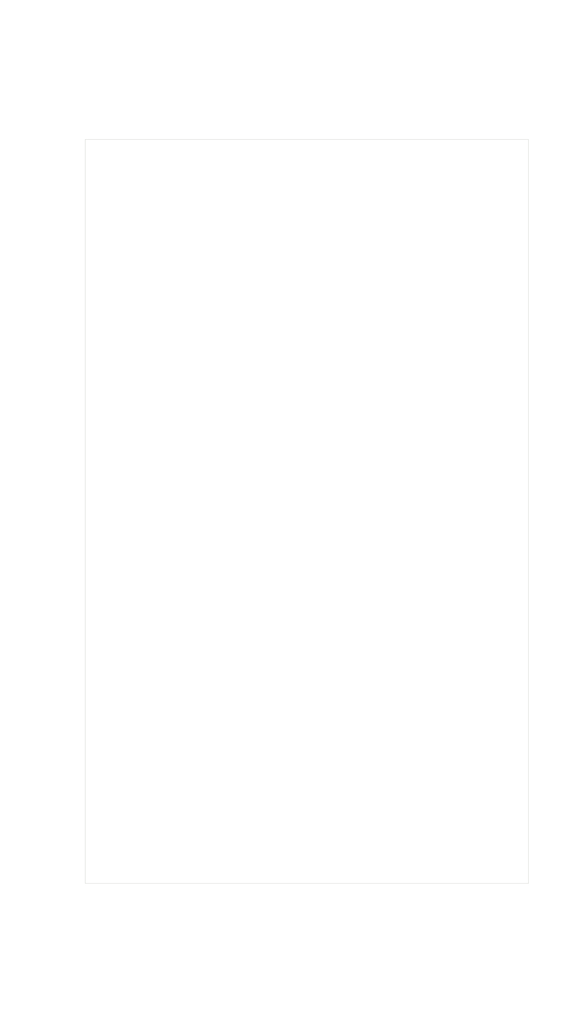
<source format=kicad_pcb>
(kicad_pcb (version 20171130) (host pcbnew "(5.1.10)-1")

  (general
    (thickness 1.6)
    (drawings 33)
    (tracks 0)
    (zones 0)
    (modules 0)
    (nets 1)
  )

  (page A4)
  (layers
    (0 F.Cu signal)
    (31 B.Cu signal)
    (32 B.Adhes user)
    (33 F.Adhes user)
    (34 B.Paste user)
    (35 F.Paste user)
    (36 B.SilkS user)
    (37 F.SilkS user)
    (38 B.Mask user)
    (39 F.Mask user)
    (40 Dwgs.User user)
    (41 Cmts.User user)
    (42 Eco1.User user)
    (43 Eco2.User user)
    (44 Edge.Cuts user)
    (45 Margin user)
    (46 B.CrtYd user)
    (47 F.CrtYd user)
    (48 B.Fab user)
    (49 F.Fab user hide)
  )

  (setup
    (last_trace_width 0.25)
    (trace_clearance 0.2)
    (zone_clearance 0.508)
    (zone_45_only no)
    (trace_min 0.2)
    (via_size 0.8)
    (via_drill 0.4)
    (via_min_size 0.4)
    (via_min_drill 0.3)
    (uvia_size 0.3)
    (uvia_drill 0.1)
    (uvias_allowed no)
    (uvia_min_size 0.2)
    (uvia_min_drill 0.1)
    (edge_width 0.05)
    (segment_width 0.2)
    (pcb_text_width 0.3)
    (pcb_text_size 1.5 1.5)
    (mod_edge_width 0.12)
    (mod_text_size 1 1)
    (mod_text_width 0.15)
    (pad_size 1.524 1.524)
    (pad_drill 0.762)
    (pad_to_mask_clearance 0)
    (aux_axis_origin 0 0)
    (visible_elements 7FFFFF7F)
    (pcbplotparams
      (layerselection 0x010fc_ffffffff)
      (usegerberextensions false)
      (usegerberattributes true)
      (usegerberadvancedattributes true)
      (creategerberjobfile true)
      (excludeedgelayer true)
      (linewidth 0.100000)
      (plotframeref false)
      (viasonmask false)
      (mode 1)
      (useauxorigin false)
      (hpglpennumber 1)
      (hpglpenspeed 20)
      (hpglpendiameter 15.000000)
      (psnegative false)
      (psa4output false)
      (plotreference true)
      (plotvalue true)
      (plotinvisibletext false)
      (padsonsilk false)
      (subtractmaskfromsilk false)
      (outputformat 1)
      (mirror false)
      (drillshape 1)
      (scaleselection 1)
      (outputdirectory ""))
  )

  (net 0 "")

  (net_class Default "This is the default net class."
    (clearance 0.2)
    (trace_width 0.25)
    (via_dia 0.8)
    (via_drill 0.4)
    (uvia_dia 0.3)
    (uvia_drill 0.1)
  )

  (dimension 100 (width 0.15) (layer Dwgs.User)
    (gr_text "100.000 mm" (at 90.7 100.75 270) (layer Dwgs.User)
      (effects (font (size 1 1) (thickness 0.15)))
    )
    (feature1 (pts (xy 98 150.75) (xy 91.413579 150.75)))
    (feature2 (pts (xy 98 50.75) (xy 91.413579 50.75)))
    (crossbar (pts (xy 92 50.75) (xy 92 150.75)))
    (arrow1a (pts (xy 92 150.75) (xy 91.413579 149.623496)))
    (arrow1b (pts (xy 92 150.75) (xy 92.586421 149.623496)))
    (arrow2a (pts (xy 92 50.75) (xy 91.413579 51.876504)))
    (arrow2b (pts (xy 92 50.75) (xy 92.586421 51.876504)))
  )
  (dimension 14.25 (width 0.15) (layer Dwgs.User)
    (gr_text "14.250 mm" (at 90.7 43.625 90) (layer Dwgs.User)
      (effects (font (size 1 1) (thickness 0.15)))
    )
    (feature1 (pts (xy 98 36.5) (xy 91.413579 36.5)))
    (feature2 (pts (xy 98 50.75) (xy 91.413579 50.75)))
    (crossbar (pts (xy 92 50.75) (xy 92 36.5)))
    (arrow1a (pts (xy 92 36.5) (xy 92.586421 37.626504)))
    (arrow1b (pts (xy 92 36.5) (xy 91.413579 37.626504)))
    (arrow2a (pts (xy 92 50.75) (xy 92.586421 49.623496)))
    (arrow2b (pts (xy 92 50.75) (xy 91.413579 49.623496)))
  )
  (gr_line (start 158.1 50.75) (end 98.5 50.75) (layer Edge.Cuts) (width 0.05))
  (gr_line (start 98.5 150.75) (end 98.5 50.75) (layer Edge.Cuts) (width 0.05))
  (dimension 14.25 (width 0.15) (layer Dwgs.User)
    (gr_text "14.250 mm" (at 90.7 157.875 90) (layer Dwgs.User)
      (effects (font (size 1 1) (thickness 0.15)))
    )
    (feature1 (pts (xy 98 150.75) (xy 91.413579 150.75)))
    (feature2 (pts (xy 98 165) (xy 91.413579 165)))
    (crossbar (pts (xy 92 165) (xy 92 150.75)))
    (arrow1a (pts (xy 92 150.75) (xy 92.586421 151.876504)))
    (arrow1b (pts (xy 92 150.75) (xy 91.413579 151.876504)))
    (arrow2a (pts (xy 92 165) (xy 92.586421 163.873496)))
    (arrow2b (pts (xy 92 165) (xy 91.413579 163.873496)))
  )
  (gr_line (start 158.1 150.75) (end 158.1 50.75) (layer Edge.Cuts) (width 0.05))
  (gr_line (start 98.5 150.75) (end 158.1 150.75) (layer Edge.Cuts) (width 0.05))
  (dimension 45.72 (width 0.15) (layer Dwgs.User)
    (gr_text "45.720 mm" (at 128.36 167.8) (layer Dwgs.User)
      (effects (font (size 1 1) (thickness 0.15)))
    )
    (feature1 (pts (xy 151.22 162) (xy 151.22 167.086421)))
    (feature2 (pts (xy 105.5 162) (xy 105.5 167.086421)))
    (crossbar (pts (xy 105.5 166.5) (xy 151.22 166.5)))
    (arrow1a (pts (xy 151.22 166.5) (xy 150.093496 167.086421)))
    (arrow1b (pts (xy 151.22 166.5) (xy 150.093496 165.913579)))
    (arrow2a (pts (xy 105.5 166.5) (xy 106.626504 167.086421)))
    (arrow2b (pts (xy 105.5 166.5) (xy 106.626504 165.913579)))
  )
  (dimension 45.72 (width 0.15) (layer Dwgs.User)
    (gr_text "45.720 mm" (at 128.36 32.7) (layer Dwgs.User)
      (effects (font (size 1 1) (thickness 0.15)))
    )
    (feature1 (pts (xy 151.22 39.5) (xy 151.22 33.413579)))
    (feature2 (pts (xy 105.5 39.5) (xy 105.5 33.413579)))
    (crossbar (pts (xy 105.5 34) (xy 151.22 34)))
    (arrow1a (pts (xy 151.22 34) (xy 150.093496 34.586421)))
    (arrow1b (pts (xy 151.22 34) (xy 150.093496 33.413579)))
    (arrow2a (pts (xy 105.5 34) (xy 106.626504 34.586421)))
    (arrow2b (pts (xy 105.5 34) (xy 106.626504 33.413579)))
  )
  (gr_arc (start 152.22 162) (end 152.22 163.6) (angle -180) (layer Dwgs.User) (width 0.05) (tstamp 616575F6))
  (gr_arc (start 150.22 162) (end 150.22 160.4) (angle -180) (layer Dwgs.User) (width 0.05) (tstamp 616575F5))
  (gr_line (start 152.22 160.4) (end 150.22 160.4) (layer Dwgs.User) (width 0.05) (tstamp 616575F4))
  (gr_line (start 150.22 163.6) (end 152.22 163.6) (layer Dwgs.User) (width 0.05) (tstamp 616575F3))
  (gr_arc (start 152.22 39.5) (end 152.22 41.1) (angle -180) (layer Dwgs.User) (width 0.05) (tstamp 6165755F))
  (gr_line (start 152.22 37.9) (end 150.22 37.9) (layer Dwgs.User) (width 0.05) (tstamp 6165755E))
  (gr_arc (start 150.22 39.5) (end 150.22 37.9) (angle -180) (layer Dwgs.User) (width 0.05) (tstamp 6165755B))
  (gr_line (start 150.22 41.1) (end 152.22 41.1) (layer Dwgs.User) (width 0.05) (tstamp 6165755A))
  (dimension 7.5 (width 0.15) (layer Dwgs.User)
    (gr_text "7.500 mm" (at 101.75 167.8) (layer Dwgs.User)
      (effects (font (size 1 1) (thickness 0.15)))
    )
    (feature1 (pts (xy 98 162) (xy 98 167.086421)))
    (feature2 (pts (xy 105.5 162) (xy 105.5 167.086421)))
    (crossbar (pts (xy 105.5 166.5) (xy 98 166.5)))
    (arrow1a (pts (xy 98 166.5) (xy 99.126504 165.913579)))
    (arrow1b (pts (xy 98 166.5) (xy 99.126504 167.086421)))
    (arrow2a (pts (xy 105.5 166.5) (xy 104.373496 165.913579)))
    (arrow2b (pts (xy 105.5 166.5) (xy 104.373496 167.086421)))
  )
  (dimension 7.5 (width 0.15) (layer Dwgs.User)
    (gr_text "7.500 mm" (at 101.75 32.7) (layer Dwgs.User)
      (effects (font (size 1 1) (thickness 0.15)))
    )
    (feature1 (pts (xy 98 39.5) (xy 98 33.413579)))
    (feature2 (pts (xy 105.5 39.5) (xy 105.5 33.413579)))
    (crossbar (pts (xy 105.5 34) (xy 98 34)))
    (arrow1a (pts (xy 98 34) (xy 99.126504 33.413579)))
    (arrow1b (pts (xy 98 34) (xy 99.126504 34.586421)))
    (arrow2a (pts (xy 105.5 34) (xy 104.373496 33.413579)))
    (arrow2b (pts (xy 105.5 34) (xy 104.373496 34.586421)))
  )
  (gr_arc (start 104.5 162) (end 104.5 160.4) (angle -180) (layer Dwgs.User) (width 0.05) (tstamp 616572F5))
  (gr_line (start 106.5 160.4) (end 104.5 160.4) (layer Dwgs.User) (width 0.05) (tstamp 616572F4))
  (gr_line (start 104.5 163.6) (end 106.5 163.6) (layer Dwgs.User) (width 0.05) (tstamp 616572F3))
  (gr_arc (start 106.5 162) (end 106.5 163.6) (angle -180) (layer Dwgs.User) (width 0.05) (tstamp 616572D5))
  (gr_line (start 104.5 41.1) (end 106.5 41.1) (layer Dwgs.User) (width 0.05) (tstamp 6165721F))
  (gr_arc (start 104.5 39.5) (end 104.5 37.9) (angle -180) (layer Dwgs.User) (width 0.05))
  (gr_line (start 106.5 37.9) (end 104.5 37.9) (layer Dwgs.User) (width 0.05))
  (gr_arc (start 106.5 39.5) (end 106.5 41.1) (angle -180) (layer Dwgs.User) (width 0.05))
  (dimension 128.5 (width 0.15) (layer Dwgs.User)
    (gr_text "128.500 mm" (at 163.4 100.75 90) (layer Dwgs.User)
      (effects (font (size 1 1) (thickness 0.15)))
    )
    (feature1 (pts (xy 158.6 36.5) (xy 162.686421 36.5)))
    (feature2 (pts (xy 158.6 165) (xy 162.686421 165)))
    (crossbar (pts (xy 162.1 165) (xy 162.1 36.5)))
    (arrow1a (pts (xy 162.1 36.5) (xy 162.686421 37.626504)))
    (arrow1b (pts (xy 162.1 36.5) (xy 161.513579 37.626504)))
    (arrow2a (pts (xy 162.1 165) (xy 162.686421 163.873496)))
    (arrow2b (pts (xy 162.1 165) (xy 161.513579 163.873496)))
  )
  (dimension 60.6 (width 0.15) (layer Dwgs.User)
    (gr_text "60.600 mm" (at 128.3 170.3) (layer Dwgs.User)
      (effects (font (size 1 1) (thickness 0.15)))
    )
    (feature1 (pts (xy 158.6 165) (xy 158.6 169.586421)))
    (feature2 (pts (xy 98 165) (xy 98 169.586421)))
    (crossbar (pts (xy 98 169) (xy 158.6 169)))
    (arrow1a (pts (xy 158.6 169) (xy 157.473496 169.586421)))
    (arrow1b (pts (xy 158.6 169) (xy 157.473496 168.413579)))
    (arrow2a (pts (xy 98 169) (xy 99.126504 169.586421)))
    (arrow2b (pts (xy 98 169) (xy 99.126504 168.413579)))
  )
  (gr_line (start 98 36.5) (end 98 165) (layer Dwgs.User) (width 0.05) (tstamp 61656D8B))
  (gr_line (start 158.6 36.5) (end 98 36.5) (layer Dwgs.User) (width 0.05))
  (gr_line (start 158.6 165) (end 158.6 36.5) (layer Dwgs.User) (width 0.05))
  (gr_line (start 98 165) (end 158.6 165) (layer Dwgs.User) (width 0.05))

)

</source>
